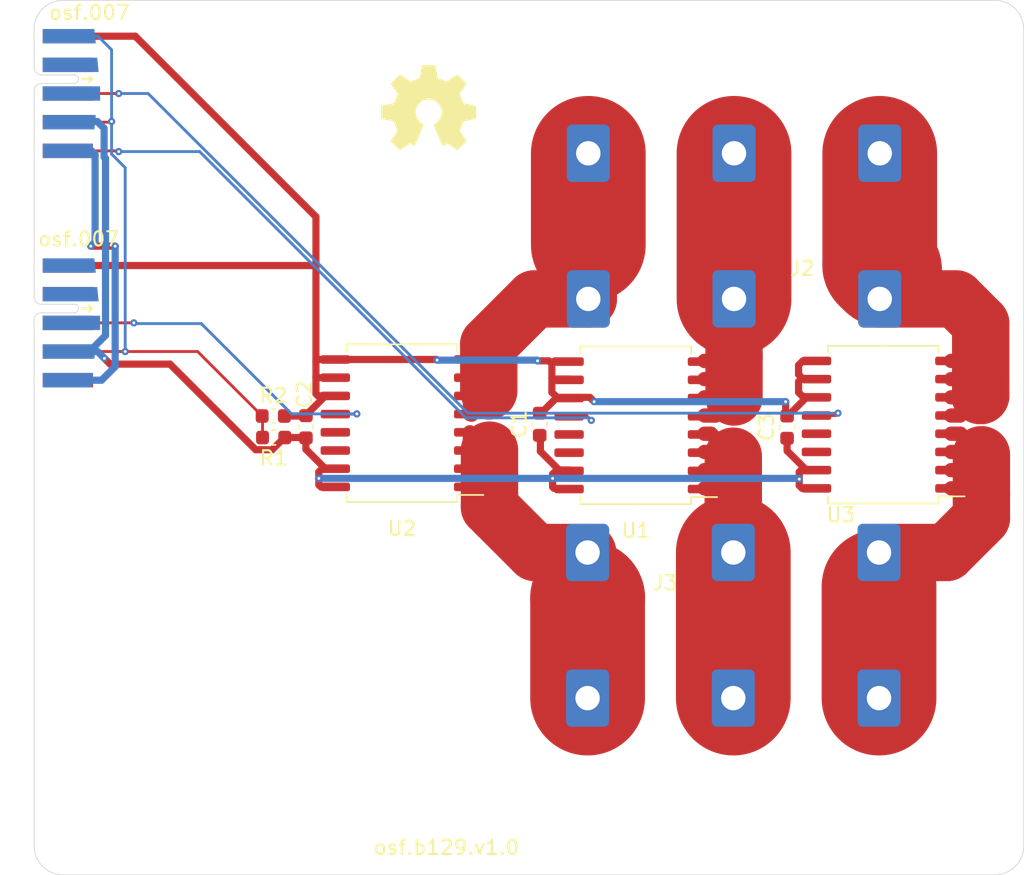
<source format=kicad_pcb>
(kicad_pcb (version 20211014) (generator pcbnew)
  (layers (0 "F.Cu" signal) (31 "B.Cu" signal) (34 "B.Paste" user) (35 "F.Paste" user) (36 "B.SilkS" user "B.Silkscreen") (37 "F.SilkS" user "F.Silkscreen") (38 "B.Mask" user) (39 "F.Mask" user) (44 "Edge.Cuts" user))
  (net 0 "")
  (net 1 "/hall/VCC")
  (net 2 "/hall2/VIOUT")
  (net 3 "/hall/VIOUT")
  (net 4 "/hall2/I-")
  (net 5 "GND")
  (net 7 "/hall/I-")
  (net 8 "/hall1/I-")
  (net 9 "/hall1/I+")
  (net 13 "/hall/I+")
  (net 14 "/hall2/I+")
  (net 15 "/hall1/VIOUT")
  (net 16 "/hall/~{FAULT}")
  (net 17 "/hall/VOC")
  (net 18 "/hall1/~{FAULT}")
  (net 19 "/hall1/VOC")
  (net 20 "/hall2/~{FAULT}")
  (net 21 "/hall2/VOC")
  (net 22 "Net-(J1-Pad4)")
  (net 23 "Net-(J1-Pad10)")
  (footprint "b129:SOIC-16W_6.5x12.8mm_P1.27mm" (layer "F.Cu") (at 259.2 109.6 180)
    (fp_text reference "U3" (at 2.95 -6.3) (layer "F.SilkS"))
    (fp_text value "ACS733KLATR-65AB-T")
    (fp_line (start 3.86 5.5) (end 3.86 5.005) (layer "F.SilkS") (width 0.12))
    (fp_line (start 3.86 -5.5) (end 3.86 -5.005) (layer "F.SilkS") (width 0.12))
    (fp_line (start -3.86 5.5) (end -3.86 5.005) (layer "F.SilkS") (width 0.12))
    (fp_line (start 0 -5.5) (end 3.86 -5.5) (layer "F.SilkS") (width 0.12))
    (fp_line (start 0 5.5) (end 3.86 5.5) (layer "F.SilkS") (width 0.12))
    (fp_line (start 0 5.5) (end -3.86 5.5) (layer "F.SilkS") (width 0.12))
    (fp_line (start -3.86 -5.005) (end -5.675 -5.005) (layer "F.SilkS") (width 0.12))
    (fp_line (start 0 -5.5) (end -3.86 -5.5) (layer "F.SilkS") (width 0.12))
    (fp_line (start -3.86 -5.5) (end -3.86 -5.005) (layer "F.SilkS") (width 0.12))
    (pad "1" smd roundrect (at -4.65 -4.445 180) (size 2.05 0.6) (layers "F.Cu" "F.Paste" "F.Mask") (net 14 "/hall2/I+"))
    (pad "2" smd roundrect (at -4.65 -3.175 180) (size 2.05 0.6) (layers "F.Cu" "F.Paste" "F.Mask") (net 14 "/hall2/I+"))
    (pad "3" smd roundrect (at -4.65 -1.905 180) (size 2.05 0.6) (layers "F.Cu" "F.Paste" "F.Mask") (net 14 "/hall2/I+"))
    (pad "4" smd roundrect (at -4.65 -0.635 180) (size 2.05 0.6) (layers "F.Cu" "F.Paste" "F.Mask") (net 14 "/hall2/I+"))
    (pad "5" smd roundrect (at -4.65 0.635 180) (size 2.05 0.6) (layers "F.Cu" "F.Paste" "F.Mask") (net 4 "/hall2/I-"))
    (pad "6" smd roundrect (at -4.65 1.905 180) (size 2.05 0.6) (layers "F.Cu" "F.Paste" "F.Mask") (net 4 "/hall2/I-"))
    (pad "7" smd roundrect (at -4.65 3.175 180) (size 2.05 0.6) (layers "F.Cu" "F.Paste" "F.Mask") (net 4 "/hall2/I-"))
    (pad "8" smd roundrect (at -4.65 4.445 180) (size 2.05 0.6) (layers "F.Cu" "F.Paste" "F.Mask") (net 4 "/hall2/I-"))
    (pad "9" smd roundrect (at 4.65 4.445 180) (size 2.05 0.6) (layers "F.Cu" "F.Paste" "F.Mask") (net 5 "GND"))
    (pad "10" smd roundrect (at 4.65 3.175 180) (size 2.05 0.6) (layers "F.Cu" "F.Paste" "F.Mask") (net 5 "GND"))
    (pad "11" smd roundrect (at 4.65 1.905 180) (size 2.05 0.6) (layers "F.Cu" "F.Paste" "F.Mask") (net 5 "GND"))
    (pad "12" smd roundrect (at 4.65 0.635 180) (size 2.05 0.6) (layers "F.Cu" "F.Paste" "F.Mask") (net 2 "/hall2/VIOUT"))
    (pad "13" smd roundrect (at 4.65 -0.635 180) (size 2.05 0.6) (layers "F.Cu" "F.Paste" "F.Mask") (net 20 "/hall2/~{FAULT}"))
    (pad "14" smd roundrect (at 4.65 -1.905 180) (size 2.05 0.6) (layers "F.Cu" "F.Paste" "F.Mask") (net 21 "/hall2/VOC"))
    (pad "15" smd roundrect (at 4.65 -3.175 180) (size 2.05 0.6) (layers "F.Cu" "F.Paste" "F.Mask") (net 1 "/hall/VCC"))
    (pad "16" smd roundrect (at 4.65 -4.445 180) (size 2.05 0.6) (layers "F.Cu" "F.Paste" "F.Mask") (net 1 "/hall/VCC"))
  )
  (footprint "Capacitor_SMD:C_0603_1608Metric" (layer "F.Cu") (at 252.5 109.775 90)
    (fp_text reference "C3" (at 0 -1.43 90) (layer "F.SilkS"))
    (fp_text value "100nF")
    (fp_line (start -0.14058 0.51) (end 0.14058 0.51) (layer "F.SilkS") (width 0.12))
    (fp_line (start -0.14058 -0.51) (end 0.14058 -0.51) (layer "F.SilkS") (width 0.12))
    (pad "1" smd roundrect (at -0.775 0 90) (size 0.9 0.95) (layers "F.Cu" "F.Paste" "F.Mask") (net 1 "/hall/VCC"))
    (pad "2" smd roundrect (at 0.775 0 90) (size 0.9 0.95) (layers "F.Cu" "F.Paste" "F.Mask") (net 5 "GND"))
  )
  (footprint "Capacitor_SMD:C_0603_1608Metric" (layer "F.Cu") (at 218.95 109.75 90)
    (fp_text reference "C2" (at 2.25 -0.1 90) (layer "F.SilkS"))
    (fp_text value "100nF")
    (fp_line (start -0.14058 -0.51) (end 0.14058 -0.51) (layer "F.SilkS") (width 0.12))
    (fp_line (start -0.14058 0.51) (end 0.14058 0.51) (layer "F.SilkS") (width 0.12))
    (pad "1" smd roundrect (at -0.775 0 90) (size 0.9 0.95) (layers "F.Cu" "F.Paste" "F.Mask") (net 1 "/hall/VCC"))
    (pad "2" smd roundrect (at 0.775 0 90) (size 0.9 0.95) (layers "F.Cu" "F.Paste" "F.Mask") (net 5 "GND"))
  )
  (footprint "on_edge:on_edge_2x05_device" (layer "F.Cu") (at 200 102.5 -90)
    (fp_text reference "J4")
    (fp_text value "007_ADC")
    (fp_line (start -1 -4.05) (end -1 -3.323) (layer "F.SilkS") (width 0.153))
    (fp_line (start -1.2 -3.85) (end -1 -4.05) (layer "F.SilkS") (width 0.153))
    (fp_line (start -1 -4.05) (end -0.8 -3.85) (layer "F.SilkS") (width 0.153))
    (fp_line (start -4 0) (end -1.8 0) (layer "Edge.Cuts") (width 0.05))
    (fp_line (start -0.2 0) (end 4 0) (layer "Edge.Cuts") (width 0.05))
    (fp_line (start -1.3 -2.8) (end -1.3 -0.5) (layer "Edge.Cuts") (width 0.05))
    (fp_line (start -0.7 -0.5) (end -0.7 -2.8) (layer "Edge.Cuts") (width 0.05))
    (fp_arc (start -0.2 0) (mid -0.553553 -0.146447) (end -0.7 -0.5) (layer "Edge.Cuts") (width 0.05))
    (fp_arc (start -1.3 -0.5) (mid -1.446447 -0.146447) (end -1.8 0) (layer "Edge.Cuts") (width 0.05))
    (fp_arc (start -1.3 -2.8) (mid -1 -3.1) (end -0.7 -2.8) (layer "Edge.Cuts") (width 0.05))
    (pad "1" smd rect (at -4 -2.35 90) (size 1 3.5) (layers "F.Cu" "F.Mask") (net 5 "GND"))
    (pad "2" smd rect (at -2 -2.35 270) (size 1 3.5) (layers "F.Cu" "F.Mask"))
    (pad "3" smd rect (at 0 -2.35 270) (size 1 3.5) (layers "F.Cu" "F.Mask") (net 15 "/hall1/VIOUT"))
    (pad "4" smd rect (at 2 -2.35 90) (size 1 3.5) (layers "F.Cu" "F.Mask") (net 22 "Net-(J1-Pad4)"))
    (pad "5" smd rect (at 4 -2.35 90) (size 1 3.5) (layers "F.Cu" "F.Mask"))
    (pad "6" smd custom (at -4 -2.4 270) (size 1 3.6) (layers "B.Cu" "B.Mask") (options (clearance outline) (anchor rect)) (primitives (gr_poly (pts (xy 0.5 -1.8) (xy 0.5 -1.9) (xy -0.5 -1.8)) (width 0) (fill yes))))
    (pad "7" smd custom (at -2 -2.1 270) (size 1 3) (layers "B.Cu" "B.Mask") (options (clearance outline) (anchor rect)) (primitives (gr_poly (pts (xy 0.3 -0.51) (xy 0.31 -0.62) (xy 0.33 -0.7) (xy 0.35 -0.76) (xy 0.37 -0.81) (xy 0.4 -0.86) (xy 0.44 -0.92) (xy 0.48 -0.97) (xy 0.5 -0.99) (xy 0.5 -2.4) (xy -0.5 -2.3) (xy -0.5 1.5) (xy 0.3 1.5)) (width 0) (fill yes))))
    (pad "8" smd rect (at 0 -2.6 270) (size 1 4) (layers "B.Cu" "B.Mask"))
    (pad "9" smd custom (at 2 -2.4 270) (size 1 3.6) (layers "B.Cu" "B.Mask") (net 1 "/hall/VCC") (options (clearance outline) (anchor rect)) (primitives (gr_poly (pts (xy -0.5 -1.8) (xy -0.5 -1.9) (xy 0.5 -1.8)) (width 0) (fill yes))))
    (pad "10" smd custom (at 4 -2.3 270) (size 1 3.4) (layers "B.Cu" "B.Mask") (net 23 "Net-(J1-Pad10)") (options (clearance outline) (anchor rect)) (primitives (gr_poly (pts (xy -0.5 -1.7) (xy -0.5 -1.8) (xy 0.5 -1.7)) (width 0) (fill yes))))
  )
  (footprint "Symbol:OSHW-Symbol_6.7x6mm_SilkScreen" (layer "F.Cu") (at 227.5 87.5)
    (fp_text reference "LOGO1" hide)
    (fp_text value "Logo_Open_Hardware_Small" hide)
    (fp_poly (pts (xy 0.555814 -2.531069) (xy 0.639635 -2.086445) (xy 0.94892 -1.958947) (xy 1.258206 -1.831449) (xy 1.629246 -2.083754) (xy 1.733157 -2.154004) (xy 1.827087 -2.216728) (xy 1.906652 -2.269062) (xy 1.96747 -2.308143) (xy 2.005157 -2.331107) (xy 2.015421 -2.336058) (xy 2.03391 -2.323324) (xy 2.07342 -2.288118) (xy 2.129522 -2.234938) (xy 2.197787 -2.168282) (xy 2.273786 -2.092646) (xy 2.353092 -2.012528) (xy 2.431275 -1.932426) (xy 2.503907 -1.856836) (xy 2.566559 -1.790255) (xy 2.614803 -1.737182) (xy 2.64421 -1.702113) (xy 2.651241 -1.690377) (xy 2.641123 -1.66874) (xy 2.612759 -1.621338) (xy 2.569129 -1.552807) (xy 2.513218 -1.467785) (xy 2.448006 -1.370907) (xy 2.410219 -1.31565) (xy 2.341343 -1.214752) (xy 2.28014 -1.123701) (xy 2.229578 -1.04703) (xy 2.192628 -0.989272) (xy 2.172258 -0.954957) (xy 2.169197 -0.947746) (xy 2.176136 -0.927252) (xy 2.195051 -0.879487) (xy 2.223087 -0.811168) (xy 2.257391 -0.729011) (xy 2.295109 -0.63973) (xy 2.333387 -0.550042) (xy 2.36937 -0.466662) (xy 2.400206 -0.396306) (xy 2.423039 -0.34569) (xy 2.435017 -0.321529) (xy 2.435724 -0.320578) (xy 2.454531 -0.315964) (xy 2.504618 -0.305672) (xy 2.580793 -0.290713) (xy 2.677865 -0.272099) (xy 2.790643 -0.250841) (xy 2.856442 -0.238582) (xy 2.97695 -0.215638) (xy 3.085797 -0.193805) (xy 3.177476 -0.174278) (xy 3.246481 -0.158252) (xy 3.287304 -0.146921) (xy 3.295511 -0.143326) (xy 3.303548 -0.118994) (xy 3.310033 -0.064041) (xy 3.31497 0.015108) (xy 3.318364 0.112026) (xy 3.320218 0.220287) (xy 3.320538 0.333465) (xy 3.319327 0.445135) (xy 3.31659 0.548868) (xy 3.312331 0.638241) (xy 3.306555 0.706826) (xy 3.299267 0.748197) (xy 3.294895 0.75681) (xy 3.268764 0.767133) (xy 3.213393 0.781892) (xy 3.136107 0.799352) (xy 3.04423 0.81778) (xy 3.012158 0.823741) (xy 2.857524 0.852066) (xy 2.735375 0.874876) (xy 2.641673 0.89308) (xy 2.572384 0.907583) (xy 2.523471 0.919292) (xy 2.490897 0.929115) (xy 2.470628 0.937956) (xy 2.458626 0.946724) (xy 2.456947 0.948457) (xy 2.440184 0.976371) (xy 2.414614 1.030695) (xy 2.382788 1.104777) (xy 2.34726 1.191965) (xy 2.310583 1.285608) (xy 2.275311 1.379052) (xy 2.243996 1.465647) (xy 2.219193 1.53874) (xy 2.203454 1.591678) (xy 2.199332 1.617811) (xy 2.199676 1.618726) (xy 2.213641 1.640086) (xy 2.245322 1.687084) (xy 2.291391 1.754827) (xy 2.348518 1.838423) (xy 2.413373 1.932982) (xy 2.431843 1.959854) (xy 2.497699 2.057275) (xy 2.55565 2.146163) (xy 2.602538 2.221412) (xy 2.635207 2.27792) (xy 2.6505 2.310581) (xy 2.651241 2.314593) (xy 2.638392 2.335684) (xy 2.602888 2.377464) (xy 2.549293 2.435445) (xy 2.482171 2.505135) (xy 2.406087 2.582045) (xy 2.325604 2.661683) (xy 2.245287 2.739561) (xy 2.169699 2.811186) (xy 2.103405 2.87207) (xy 2.050969 2.917721) (xy 2.016955 2.94365) (xy 2.007545 2.947883) (xy 1.985643 2.937912) (xy 1.9408 2.91102) (xy 1.880321 2.871736) (xy 1.833789 2.840117) (xy 1.749475 2.782098) (xy 1.649626 2.713784) (xy 1.549473 2.645579) (xy 1.495627 2.609075) (xy 1.313371 2.4858) (xy 1.160381 2.56852) (xy 1.090682 2.604759) (xy 1.031414 2.632926) (xy 0.991311 2.648991) (xy 0.981103 2.651226) (xy 0.968829 2.634722) (xy 0.944613 2.588082) (xy 0.910263 2.515609) (xy 0.867588 2.421606) (xy 0.818394 2.310374) (xy 0.76449 2.186215) (xy 0.707684 2.053432) (xy 0.649782 1.916327) (xy 0.592593 1.779202) (xy 0.537924 1.646358) (xy 0.487584 1.522098) (xy 0.44338 1.410725) (xy 0.407119 1.316539) (xy 0.380609 1.243844) (xy 0.365658 1.196941) (xy 0.363254 1.180833) (xy 0.382311 1.160286) (xy 0.424036 1.126933) (xy 0.479706 1.087702) (xy 0.484378 1.084599) (xy 0.628264 0.969423) (xy 0.744283 0.835053) (xy 0.83143 0.685784) (xy 0.888699 0.525913) (xy 0.915086 0.359737) (xy 0.909585 0.191552) (xy 0.87119 0.025655) (xy 0.798895 -0.133658) (xy 0.777626 -0.168513) (xy 0.666996 -0.309263) (xy 0.536302 -0.422286) (xy 0.390064 -0.506997) (xy 0.232808 -0.562806) (xy 0.069057 -0.589126) (xy -0.096667 -0.58537) (xy -0.259838 -0.55095) (xy -0.415935 -0.485277) (xy -0.560433 -0.387765) (xy -0.605131 -0.348187) (xy -0.718888 -0.224297) (xy -0.801782 -0.093876) (xy -0.858644 0.052315) (xy -0.890313 0.197088) (xy -0.898131 0.35986) (xy -0.872062 0.52344) (xy -0.814755 0.682298) (xy -0.728856 0.830906) (xy -0.617014 0.963735) (xy -0.481877 1.075256) (xy -0.464117 1.087011) (xy -0.40785 1.125508) (xy -0.365077 1.158863) (xy -0.344628 1.18016) (xy -0.344331 1.180833) (xy -0.348721 1.203871) (xy -0.366124 1.256157) (xy -0.394732 1.33339) (xy -0.432735 1.431268) (xy -0.478326 1.545491) (xy -0.529697 1.671758) (xy -0.585038 1.805767) (xy -0.642542 1.943218) (xy -0.700399 2.079808) (xy -0.756802 2.211237) (xy -0.809942 2.333205) (xy -0.85801 2.441409) (xy -0.899199 2.531549) (xy -0.931699 2.599323) (xy -0.953703 2.64043) (xy -0.962564 2.651226) (xy -0.98964 2.642819) (xy -1.040303 2.620272) (xy -1.105817 2.587613) (xy -1.141841 2.56852) (xy -1.294832 2.4858) (xy -1.477088 2.609075) (xy -1.570125 2.672228) (xy -1.671985 2.741727) (xy -1.767438 2.807165) (xy -1.81525 2.840117) (xy -1.882495 2.885273) (xy -1.939436 2.921057) (xy -1.978646 2.942938) (xy -1.991381 2.947563) (xy -2.009917 2.935085) (xy -2.050941 2.900252) (xy -2.110475 2.846678) (xy -2.184542 2.777983) (xy -2.269165 2.697781) (xy -2.322685 2.646286) (xy -2.416319 2.554286) (xy -2.497241 2.471999) (xy -2.562177 2.402945) (xy -2.607858 2.350644) (xy -2.631011 2.318616) (xy -2.633232 2.312116) (xy -2.622924 2.287394) (xy -2.594439 2.237405) (xy -2.550937 2.167212) (xy -2.495577 2.081875) (xy -2.43152 1.986456) (xy -2.413303 1.959854) (xy -2.346927 1.863167) (xy -2.287378 1.776117) (xy -2.237984 1.703595) (xy -2.202075 1.650493) (xy -2.182981 1.621703) (xy -2.181136 1.618726) (xy -2.183895 1.595782) (xy -2.198538 1.545336) (xy -2.222513 1.474041) (xy -2.253266 1.388547) (xy -2.288244 1.295507) (xy -2.324893 1.201574) (xy -2.360661 1.113399) (xy -2.392994 1.037634) (xy -2.419338 0.980931) (xy -2.437142 0.949943) (xy -2.438407 0.948457) (xy -2.449294 0.939601) (xy -2.467682 0.930843) (xy -2.497606 0.921277) (xy -2.543103 0.909996) (xy -2.608209 0.896093) (xy -2.696961 0.878663) (xy -2.813393 0.856798) (xy -2.961542 0.829591) (xy -2.993618 0.823741) (xy -3.088686 0.805374) (xy -3.171565 0.787405) (xy -3.23493 0.771569) (xy -3.271458 0.7596) (xy -3.276356 0.75681) (xy -3.284427 0.732072) (xy -3.290987 0.67679) (xy -3.296033 0.597389) (xy -3.299559 0.500296) (xy -3.301561 0.391938) (xy -3.302036 0.27874) (xy -3.300977 0.167128) (xy -3.298382 0.063529) (xy -3.294246 -0.025632) (xy -3.288563 -0.093928) (xy -3.281331 -0.134934) (xy -3.276971 -0.143326) (xy -3.252698 -0.151792) (xy -3.197426 -0.165565) (xy -3.116662 -0.18345) (xy -3.015912 -0.204252) (xy -2.900683 -0.226777) (xy -2.837902 -0.238582) (xy -2.718787 -0.260849) (xy -2.612565 -0.281021) (xy -2.524427 -0.298085) (xy -2.459566 -0.311031) (xy -2.423174 -0.318845) (xy -2.417184 -0.320578) (xy -2.407061 -0.34011) (xy -2.385662 -0.387157) (xy -2.355839 -0.454997) (xy -2.320445 -0.536909) (xy -2.282332 -0.626172) (xy -2.244353 -0.716065) (xy -2.20936 -0.799865) (xy -2.180206 -0.870853) (xy -2.159743 -0.922306) (xy -2.150823 -0.947503) (xy -2.150657 -0.948604) (xy -2.160769 -0.968481) (xy -2.189117 -1.014223) (xy -2.232723 -1.081283) (xy -2.288606 -1.165116) (xy -2.353787 -1.261174) (xy -2.391679 -1.31635) (xy -2.460725 -1.417519) (xy -2.52205 -1.50937) (xy -2.572663 -1.587256) (xy -2.609571 -1.646531) (xy -2.629782 -1.682549) (xy -2.632701 -1.690623) (xy -2.620153 -1.709416) (xy -2.585463 -1.749543) (xy -2.533063 -1.806507) (xy -2.467384 -1.875815) (xy -2.392856 -1.952969) (xy -2.313913 -2.033475) (xy -2.234983 -2.112837) (xy -2.1605 -2.18656) (xy -2.094894 -2.250148) (xy -2.042596 -2.299106) (xy -2.008039 -2.328939) (xy -1.996478 -2.336058) (xy -1.977654 -2.326047) (xy -1.932631 -2.297922) (xy -1.865787 -2.254546) (xy -1.781499 -2.198782) (xy -1.684144 -2.133494) (xy -1.610707 -2.083754) (xy -1.239667 -1.831449) (xy -0.621095 -2.086445) (xy -0.537275 -2.531069) (xy -0.453454 -2.975693) (xy 0.471994 -2.975693) (xy 0.555814 -2.531069)) (layer "F.SilkS") (width 0.01) (fill solid))
  )
  (footprint "Capacitor_SMD:C_0603_1608Metric" (layer "F.Cu") (at 216.7 110.5 180)
    (fp_text reference "R1" (at 0 -1.43) (layer "F.SilkS"))
    (fp_text value "10k")
    (fp_line (start -0.14058 0.51) (end 0.14058 0.51) (layer "F.SilkS") (width 0.12))
    (fp_line (start -0.14058 -0.51) (end 0.14058 -0.51) (layer "F.SilkS") (width 0.12))
    (pad "1" smd roundrect (at -0.775 0 180) (size 0.9 0.95) (layers "F.Cu" "F.Paste" "F.Mask") (net 1 "/hall/VCC"))
    (pad "2" smd roundrect (at 0.775 0 180) (size 0.9 0.95) (layers "F.Cu" "F.Paste" "F.Mask") (net 22 "Net-(J1-Pad4)"))
  )
  (footprint "b129:VP0365540000G" (layer "F.Cu") (at 248.8 95.75 180)
    (fp_text reference "J2" (at -4.75 -2.95) (layer "F.SilkS"))
    (fp_text value "VP0365540000G")
    (pad "1" thru_hole roundrect (at -10.16 -5.08 180) (size 3 4) (drill 1.7) (layers *.Cu *.Mask) (roundrect_rratio 0.125) (net 4 "/hall2/I-"))
    (pad "1" thru_hole roundrect (at -10.16 5.08 180) (size 3 4) (drill 1.7) (layers *.Cu *.Mask) (roundrect_rratio 0.125) (net 4 "/hall2/I-"))
    (pad "2" thru_hole roundrect (at 0 -5.08 180) (size 3 4) (drill 1.7) (layers *.Cu *.Mask) (roundrect_rratio 0.125) (net 7 "/hall/I-"))
    (pad "2" thru_hole roundrect (at 0 5.08 180) (size 3 4) (drill 1.7) (layers *.Cu *.Mask) (roundrect_rratio 0.125) (net 7 "/hall/I-"))
    (pad "3" thru_hole roundrect (at 10.16 5.08 180) (size 3 4) (drill 1.7) (layers *.Cu *.Mask) (roundrect_rratio 0.125) (net 8 "/hall1/I-"))
    (pad "3" thru_hole roundrect (at 10.16 -5.08 180) (size 3 4) (drill 1.7) (layers *.Cu *.Mask) (roundrect_rratio 0.125) (net 8 "/hall1/I-"))
  )
  (footprint "b129:SOIC-16W_6.5x12.8mm_P1.27mm" (layer "F.Cu") (at 225.65 109.5 180)
    (fp_text reference "U2" (at 0 -7.35) (layer "F.SilkS"))
    (fp_text value "ACS733KLATR-65AB-T")
    (fp_line (start 0 -5.5) (end -3.86 -5.5) (layer "F.SilkS") (width 0.12))
    (fp_line (start 0 5.5) (end -3.86 5.5) (layer "F.SilkS") (width 0.12))
    (fp_line (start 0 5.5) (end 3.86 5.5) (layer "F.SilkS") (width 0.12))
    (fp_line (start -3.86 5.5) (end -3.86 5.005) (layer "F.SilkS") (width 0.12))
    (fp_line (start 0 -5.5) (end 3.86 -5.5) (layer "F.SilkS") (width 0.12))
    (fp_line (start 3.86 -5.5) (end 3.86 -5.005) (layer "F.SilkS") (width 0.12))
    (fp_line (start -3.86 -5.5) (end -3.86 -5.005) (layer "F.SilkS") (width 0.12))
    (fp_line (start 3.86 5.5) (end 3.86 5.005) (layer "F.SilkS") (width 0.12))
    (fp_line (start -3.86 -5.005) (end -5.675 -5.005) (layer "F.SilkS") (width 0.12))
    (pad "1" smd roundrect (at -4.65 -4.445 180) (size 2.05 0.6) (layers "F.Cu" "F.Paste" "F.Mask") (net 9 "/hall1/I+"))
    (pad "2" smd roundrect (at -4.65 -3.175 180) (size 2.05 0.6) (layers "F.Cu" "F.Paste" "F.Mask") (net 9 "/hall1/I+"))
    (pad "3" smd roundrect (at -4.65 -1.905 180) (size 2.05 0.6) (layers "F.Cu" "F.Paste" "F.Mask") (net 9 "/hall1/I+"))
    (pad "4" smd roundrect (at -4.65 -0.635 180) (size 2.05 0.6) (layers "F.Cu" "F.Paste" "F.Mask") (net 9 "/hall1/I+"))
    (pad "5" smd roundrect (at -4.65 0.635 180) (size 2.05 0.6) (layers "F.Cu" "F.Paste" "F.Mask") (net 8 "/hall1/I-"))
    (pad "6" smd roundrect (at -4.65 1.905 180) (size 2.05 0.6) (layers "F.Cu" "F.Paste" "F.Mask") (net 8 "/hall1/I-"))
    (pad "7" smd roundrect (at -4.65 3.175 180) (size 2.05 0.6) (layers "F.Cu" "F.Paste" "F.Mask") (net 8 "/hall1/I-"))
    (pad "8" smd roundrect (at -4.65 4.445 180) (size 2.05 0.6) (layers "F.Cu" "F.Paste" "F.Mask") (net 8 "/hall1/I-"))
    (pad "9" smd roundrect (at 4.65 4.445 180) (size 2.05 0.6) (layers "F.Cu" "F.Paste" "F.Mask") (net 5 "GND"))
    (pad "10" smd roundrect (at 4.65 3.175 180) (size 2.05 0.6) (layers "F.Cu" "F.Paste" "F.Mask") (net 5 "GND"))
    (pad "11" smd roundrect (at 4.65 1.905 180) (size 2.05 0.6) (layers "F.Cu" "F.Paste" "F.Mask") (net 5 "GND"))
    (pad "12" smd roundrect (at 4.65 0.635 180) (size 2.05 0.6) (layers "F.Cu" "F.Paste" "F.Mask") (net 15 "/hall1/VIOUT"))
    (pad "13" smd roundrect (at 4.65 -0.635 180) (size 2.05 0.6) (layers "F.Cu" "F.Paste" "F.Mask") (net 18 "/hall1/~{FAULT}"))
    (pad "14" smd roundrect (at 4.65 -1.905 180) (size 2.05 0.6) (layers "F.Cu" "F.Paste" "F.Mask") (net 19 "/hall1/VOC"))
    (pad "15" smd roundrect (at 4.65 -3.175 180) (size 2.05 0.6) (layers "F.Cu" "F.Paste" "F.Mask") (net 1 "/hall/VCC"))
    (pad "16" smd roundrect (at 4.65 -4.445 180) (size 2.05 0.6) (layers "F.Cu" "F.Paste" "F.Mask") (net 1 "/hall/VCC"))
  )
  (footprint "b129:SOIC-16W_6.5x12.8mm_P1.27mm" (layer "F.Cu") (at 241.95 109.65 180)
    (fp_text reference "U1" (at 0 -7.35) (layer "F.SilkS"))
    (fp_text value "ACS733KLATR-65AB-T")
    (fp_line (start -3.86 5.5) (end -3.86 5.005) (layer "F.SilkS") (width 0.12))
    (fp_line (start 3.86 5.5) (end 3.86 5.005) (layer "F.SilkS") (width 0.12))
    (fp_line (start -3.86 -5.5) (end -3.86 -5.005) (layer "F.SilkS") (width 0.12))
    (fp_line (start 0 -5.5) (end -3.86 -5.5) (layer "F.SilkS") (width 0.12))
    (fp_line (start -3.86 -5.005) (end -5.675 -5.005) (layer "F.SilkS") (width 0.12))
    (fp_line (start 0 5.5) (end 3.86 5.5) (layer "F.SilkS") (width 0.12))
    (fp_line (start 0 -5.5) (end 3.86 -5.5) (layer "F.SilkS") (width 0.12))
    (fp_line (start 0 5.5) (end -3.86 5.5) (layer "F.SilkS") (width 0.12))
    (fp_line (start 3.86 -5.5) (end 3.86 -5.005) (layer "F.SilkS") (width 0.12))
    (pad "1" smd roundrect (at -4.65 -4.445 180) (size 2.05 0.6) (layers "F.Cu" "F.Paste" "F.Mask") (net 13 "/hall/I+"))
    (pad "2" smd roundrect (at -4.65 -3.175 180) (size 2.05 0.6) (layers "F.Cu" "F.Paste" "F.Mask") (net 13 "/hall/I+"))
    (pad "3" smd roundrect (at -4.65 -1.905 180) (size 2.05 0.6) (layers "F.Cu" "F.Paste" "F.Mask") (net 13 "/hall/I+"))
    (pad "4" smd roundrect (at -4.65 -0.635 180) (size 2.05 0.6) (layers "F.Cu" "F.Paste" "F.Mask") (net 13 "/hall/I+"))
    (pad "5" smd roundrect (at -4.65 0.635 180) (size 2.05 0.6) (layers "F.Cu" "F.Paste" "F.Mask") (net 7 "/hall/I-"))
    (pad "6" smd roundrect (at -4.65 1.905 180) (size 2.05 0.6) (layers "F.Cu" "F.Paste" "F.Mask") (net 7 "/hall/I-"))
    (pad "7" smd roundrect (at -4.65 3.175 180) (size 2.05 0.6) (layers "F.Cu" "F.Paste" "F.Mask") (net 7 "/hall/I-"))
    (pad "8" smd roundrect (at -4.65 4.445 180) (size 2.05 0.6) (layers "F.Cu" "F.Paste" "F.Mask") (net 7 "/hall/I-"))
    (pad "9" smd roundrect (at 4.65 4.445 180) (size 2.05 0.6) (layers "F.Cu" "F.Paste" "F.Mask") (net 5 "GND"))
    (pad "10" smd roundrect (at 4.65 3.175 180) (size 2.05 0.6) (layers "F.Cu" "F.Paste" "F.Mask") (net 5 "GND"))
    (pad "11" smd roundrect (at 4.65 1.905 180) (size 2.05 0.6) (layers "F.Cu" "F.Paste" "F.Mask") (net 5 "GND"))
    (pad "12" smd roundrect (at 4.65 0.635 180) (size 2.05 0.6) (layers "F.Cu" "F.Paste" "F.Mask") (net 3 "/hall/VIOUT"))
    (pad "13" smd roundrect (at 4.65 -0.635 180) (size 2.05 0.6) (layers "F.Cu" "F.Paste" "F.Mask") (net 16 "/hall/~{FAULT}"))
    (pad "14" smd roundrect (at 4.65 -1.905 180) (size 2.05 0.6) (layers "F.Cu" "F.Paste" "F.Mask") (net 17 "/hall/VOC"))
    (pad "15" smd roundrect (at 4.65 -3.175 180) (size 2.05 0.6) (layers "F.Cu" "F.Paste" "F.Mask") (net 1 "/hall/VCC"))
    (pad "16" smd roundrect (at 4.65 -4.445 180) (size 2.05 0.6) (layers "F.Cu" "F.Paste" "F.Mask") (net 1 "/hall/VCC"))
  )
  (footprint "Capacitor_SMD:C_0603_1608Metric" (layer "F.Cu") (at 216.675 109)
    (fp_text reference "R2" (at 0 -1.43) (layer "F.SilkS"))
    (fp_text value "10k")
    (fp_line (start -0.14058 -0.51) (end 0.14058 -0.51) (layer "F.SilkS") (width 0.12))
    (fp_line (start -0.14058 0.51) (end 0.14058 0.51) (layer "F.SilkS") (width 0.12))
    (pad "1" smd roundrect (at -0.775 0) (size 0.9 0.95) (layers "F.Cu" "F.Paste" "F.Mask") (net 22 "Net-(J1-Pad4)"))
    (pad "2" smd roundrect (at 0.775 0) (size 0.9 0.95) (layers "F.Cu" "F.Paste" "F.Mask") (net 5 "GND"))
  )
  (footprint "b129:VP0365540000G" (layer "F.Cu") (at 248.75 123.6)
    (fp_text reference "J3" (at -4.75 -2.95) (layer "F.SilkS"))
    (fp_text value "VP0365540000G")
    (pad "1" thru_hole roundrect (at -10.16 5.08) (size 3 4) (drill 1.7) (layers *.Cu *.Mask) (roundrect_rratio 0.125) (net 9 "/hall1/I+"))
    (pad "1" thru_hole roundrect (at -10.16 -5.08) (size 3 4) (drill 1.7) (layers *.Cu *.Mask) (roundrect_rratio 0.125) (net 9 "/hall1/I+"))
    (pad "2" thru_hole roundrect (at 0 -5.08) (size 3 4) (drill 1.7) (layers *.Cu *.Mask) (roundrect_rratio 0.125) (net 13 "/hall/I+"))
    (pad "2" thru_hole roundrect (at 0 5.08) (size 3 4) (drill 1.7) (layers *.Cu *.Mask) (roundrect_rratio 0.125) (net 13 "/hall/I+"))
    (pad "3" thru_hole roundrect (at 10.16 5.08) (size 3 4) (drill 1.7) (layers *.Cu *.Mask) (roundrect_rratio 0.125) (net 14 "/hall2/I+"))
    (pad "3" thru_hole roundrect (at 10.16 -5.08) (size 3 4) (drill 1.7) (layers *.Cu *.Mask) (roundrect_rratio 0.125) (net 14 "/hall2/I+"))
  )
  (footprint "Capacitor_SMD:C_0603_1608Metric" (layer "F.Cu") (at 235.25 109.575 90)
    (fp_text reference "C1" (at 0 -1.43 90) (layer "F.SilkS"))
    (fp_text value "100nF")
    (fp_line (start -0.14058 -0.51) (end 0.14058 -0.51) (layer "F.SilkS") (width 0.12))
    (fp_line (start -0.14058 0.51) (end 0.14058 0.51) (layer "F.SilkS") (width 0.12))
    (pad "1" smd roundrect (at -0.775 0 90) (size 0.9 0.95) (layers "F.Cu" "F.Paste" "F.Mask") (net 1 "/hall/VCC"))
    (pad "2" smd roundrect (at 0.775 0 90) (size 0.9 0.95) (layers "F.Cu" "F.Paste" "F.Mask") (net 5 "GND"))
  )
  (footprint "on_edge:on_edge_2x05_device" (layer "F.Cu") (at 200 86.5 -90)
    (fp_text reference "J1")
    (fp_text value "007_ADC")
    (fp_line (start -1 -4.05) (end -1 -3.323) (layer "F.SilkS") (width 0.153))
    (fp_line (start -1 -4.05) (end -0.8 -3.85) (layer "F.SilkS") (width 0.153))
    (fp_line (start -1.2 -3.85) (end -1 -4.05) (layer "F.SilkS") (width 0.153))
    (fp_line (start -1.3 -2.8) (end -1.3 -0.5) (layer "Edge.Cuts") (width 0.05))
    (fp_line (start -0.7 -0.5) (end -0.7 -2.8) (layer "Edge.Cuts") (width 0.05))
    (fp_line (start -0.2 0) (end 4 0) (layer "Edge.Cuts") (width 0.05))
    (fp_line (start -4 0) (end -1.8 0) (layer "Edge.Cuts") (width 0.05))
    (fp_arc (start -1.3 -2.8) (mid -1 -3.1) (end -0.7 -2.8) (layer "Edge.Cuts") (width 0.05))
    (fp_arc (start -0.2 0) (mid -0.553553 -0.146447) (end -0.7 -0.5) (layer "Edge.Cuts") (width 0.05))
    (fp_arc (start -1.3 -0.5) (mid -1.446447 -0.146447) (end -1.8 0) (layer "Edge.Cuts") (width 0.05))
    (pad "1" smd rect (at -4 -2.35 90) (size 1 3.5) (layers "F.Cu" "F.Mask") (net 5 "GND"))
    (pad "2" smd rect (at -2 -2.35 270) (size 1 3.5) (layers "F.Cu" "F.Mask"))
    (pad "3" smd rect (at 0 -2.35 270) (size 1 3.5) (layers "F.Cu" "F.Mask") (net 2 "/hall2/VIOUT"))
    (pad "4" smd rect (at 2 -2.35 90) (size 1 3.5) (layers "F.Cu" "F.Mask") (net 22 "Net-(J1-Pad4)"))
    (pad "5" smd rect (at 4 -2.35 90) (size 1 3.5) (layers "F.Cu" "F.Mask") (net 3 "/hall/VIOUT"))
    (pad "6" smd custom (at -4 -2.4 270) (size 1 3.6) (layers "B.Cu" "B.Mask") (net 22 "Net-(J1-Pad4)") (options (clearance outline) (anchor rect)) (primitives (gr_poly (pts (xy 0.5 -1.8) (xy 0.5 -1.9) (xy -0.5 -1.8)) (width 0) (fill yes))))
    (pad "7" smd custom (at -2 -2.1 270) (size 1 3) (layers "B.Cu" "B.Mask") (options (clearance outline) (anchor rect)) (primitives (gr_poly (pts (xy 0.3 -0.51) (xy 0.31 -0.62) (xy 0.33 -0.7) (xy 0.35 -0.76) (xy 0.37 -0.81) (xy 0.4 -0.86) (xy 0.44 -0.92) (xy 0.48 -0.97) (xy 0.5 -0.99) (xy 0.5 -2.4) (xy -0.5 -2.3) (xy -0.5 1.5) (xy 0.3 1.5)) (width 0) (fill yes))))
    (pad "8" smd rect (at 0 -2.6 270) (size 1 4) (layers "B.Cu" "B.Mask"))
    (pad "9" smd custom (at 2 -2.4 270) (size 1 3.6) (layers "B.Cu" "B.Mask") (net 1 "/hall/VCC") (options (clearance outline) (anchor rect)) (primitives (gr_poly (pts (xy -0.5 -1.8) (xy -0.5 -1.9) (xy 0.5 -1.8)) (width 0) (fill yes))))
    (pad "10" smd custom (at 4 -2.3 270) (size 1 3.4) (layers "B.Cu" "B.Mask") (net 23 "Net-(J1-Pad10)") (options (clearance outline) (anchor rect)) (primitives (gr_poly (pts (xy -0.5 -1.7) (xy -0.5 -1.8) (xy 0.5 -1.7)) (width 0) (fill yes))))
  )
  (gr_line (start 202 80) (end 267 80) (layer "Edge.Cuts") (width 0.05))
  (gr_arc (start 269 139) (mid 268.414214 140.414214) (end 267 141) (layer "Edge.Cuts") (width 0.05))
  (gr_line (start 267 141) (end 202 141) (layer "Edge.Cuts") (width 0.05))
  (gr_line (start 200 106.5) (end 200 139) (layer "Edge.Cuts") (width 0.05))
  (gr_arc (start 267 80) (mid 268.414214 80.585786) (end 269 82) (layer "Edge.Cuts") (width 0.05))
  (gr_line (start 200 82.5) (end 200 82) (layer "Edge.Cuts") (width 0.05))
  (gr_arc (start 202 141) (mid 200.585786 140.414214) (end 200 139) (layer "Edge.Cuts") (width 0.05))
  (gr_line (start 269 82) (end 269 139) (layer "Edge.Cuts") (width 0.05))
  (gr_arc (start 200 82) (mid 200.585786 80.585786) (end 202 80) (layer "Edge.Cuts") (width 0.05))
  (gr_line (start 200 90.5) (end 200 98.5) (layer "Edge.Cuts") (width 0.05))
  (gr_text "osf.b129.v1.0" (at 228.75 139.1) (layer "F.SilkS") (effects (font (size 1 1))))
  (gr_text "osf.007" (at 203.85 80.85) (layer "F.SilkS") (effects (font (size 1 1))))
  (gr_text "osf.007" (at 203.1 96.65) (layer "F.SilkS") (effects (font (size 1 1))))
  (segment (start 221.0137 112.675) (end 220.075 112.675) (width 0.5) (layer "F.Cu") (net 1))
  (segment (start 219.85 113.35) (end 219.85 113.8) (width 0.5) (layer "F.Cu") (net 1))
  (segment (start 253.35 113.4) (end 253.35 112.9) (width 0.5) (layer "F.Cu") (net 1))
  (segment (start 219.85 112.9) (end 219.85 113.35) (width 0.5) (layer "F.Cu") (net 1))
  (segment (start 253.5 112.75) (end 254.5387 112.75) (width 0.5) (layer "F.Cu") (net 1))
  (segment (start 217.45 110.5) (end 217.475 110.5) (width 0.5) (layer "F.Cu") (net 1))
  (segment (start 217.475 110.5) (end 218.95 110.5) (width 0.5) (layer "F.Cu") (net 1))
  (segment (start 253.8525 112.775) (end 254.5637 112.775) (width 0.5) (layer "F.Cu") (net 1))
  (segment (start 236.245 114.045) (end 237.3637 114.045) (width 0.5) (layer "F.Cu") (net 1))
  (segment (start 204.9 104.9765) (end 205.300002 105.376502) (width 0.5) (layer "F.Cu") (net 1))
  (segment (start 235.3 110.4) (end 235.3 111.4653) (width 0.5) (layer "F.Cu") (net 1))
  (segment (start 254.5637 114.045) (end 253.545 114.045) (width 0.5) (layer "F.Cu") (net 1))
  (segment (start 236.6097 112.775) (end 237.3637 112.775) (width 0.5) (layer "F.Cu") (net 1))
  (segment (start 209.475145 105.376502) (end 215.450643 111.352) (width 0.5) (layer "F.Cu") (net 1))
  (segment (start 236.15 113.05) (end 236.15 113.35) (width 0.5) (layer "F.Cu") (net 1))
  (segment (start 218.95 110.5) (end 218.95 111.3225) (width 0.5) (layer "F.Cu") (net 1))
  (segment (start 216.598 111.352) (end 217.45 110.5) (width 0.5) (layer "F.Cu") (net 1))
  (segment (start 237.3637 112.775) (end 236.425 112.775) (width 0.5) (layer "F.Cu") (net 1))
  (segment (start 236.15 113.95) (end 236.245 114.045) (width 0.5) (layer "F.Cu") (net 1))
  (segment (start 236.15 113.35) (end 236.15 113.95) (width 0.5) (layer "F.Cu") (net 1))
  (segment (start 219.85 113.8) (end 219.995 113.945) (width 0.5) (layer "F.Cu") (net 1))
  (segment (start 252.5 110.6) (end 252.5 111.4225) (width 0.5) (layer "F.Cu") (net 1))
  (segment (start 252.5 111.4225) (end 253.8525 112.775) (width 0.5) (layer "F.Cu") (net 1))
  (segment (start 253.545 114.045) (end 253.35 113.85) (width 0.5) (layer "F.Cu") (net 1))
  (segment (start 220.3025 112.675) (end 221.0137 112.675) (width 0.5) (layer "F.Cu") (net 1))
  (segment (start 215.450643 111.352) (end 216.598 111.352) (width 0.5) (layer "F.Cu") (net 1))
  (segment (start 253.35 113.85) (end 253.35 113.4) (width 0.5) (layer "F.Cu") (net 1))
  (segment (start 220.075 112.675) (end 219.85 112.9) (width 0.5) (layer "F.Cu") (net 1))
  (segment (start 254.5387 112.75) (end 254.5637 112.775) (width 0.5) (layer "F.Cu") (net 1))
  (segment (start 218.95 111.3225) (end 220.3025 112.675) (width 0.5) (layer "F.Cu") (net 1))
  (segment (start 236.425 112.775) (end 236.15 113.05) (width 0.5) (layer "F.Cu") (net 1))
  (segment (start 205.300002 105.376502) (end 209.475145 105.376502) (width 0.5) (layer "F.Cu") (net 1))
  (segment (start 235.3 111.4653) (end 236.6097 112.775) (width 0.5) (layer "F.Cu") (net 1))
  (segment (start 253.35 112.9) (end 253.5 112.75) (width 0.5) (layer "F.Cu") (net 1))
  (segment (start 219.995 113.945) (end 221.0137 113.945) (width 0.5) (layer "F.Cu") (net 1))
  (via (at 219.85 113.35) (size 0.5) (drill 0.2) (layers "F.Cu" "B.Cu") (net 1))
  (via (at 236.15 113.35) (size 0.5) (drill 0.2) (layers "F.Cu" "B.Cu") (net 1))
  (via (at 253.35 113.4) (size 0.5) (drill 0.2) (layers "F.Cu" "B.Cu") (net 1))
  (via (at 204.9 104.9765) (size 0.5) (drill 0.2) (layers "F.Cu" "B.Cu") (net 1))
  (segment (start 204.877 88.927) (end 204.4 88.45) (width 0.5) (layer "B.Cu") (net 1))
  (segment (start 202.45 88.45) (end 202.4 88.5) (width 0.5) (layer "B.Cu") (net 1))
  (segment (start 204.9 104.9765) (end 204.4235 104.5) (width 0.5) (layer "B.Cu") (net 1))
  (segment (start 204.977 91.027) (end 204.877 90.927) (width 0.5) (layer "B.Cu") (net 1))
  (segment (start 203.854 104.5) (end 204.977 103.377) (width 0.5) (layer "B.Cu") (net 1))
  (segment (start 236.15 113.35) (end 253.3 113.35) (width 0.5) (layer "B.Cu") (net 1))
  (segment (start 204.877 90.927) (end 204.877 88.927) (width 0.5) (layer "B.Cu") (net 1))
  (segment (start 204.977 103.377) (end 204.977 91.027) (width 0.5) (layer "B.Cu") (net 1))
  (segment (start 219.85 113.35) (end 236.15 113.35) (width 0.5) (layer "B.Cu") (net 1))
  (segment (start 202.4 104.5) (end 203.854 104.5) (width 0.5) (layer "B.Cu") (net 1))
  (segment (start 204.4235 104.5) (end 202.4 104.5) (width 0.5) (layer "B.Cu") (net 1))
  (segment (start 204.4 88.45) (end 202.45 88.45) (width 0.5) (layer "B.Cu") (net 1))
  (segment (start 253.3 113.35) (end 253.35 113.4) (width 0.5) (layer "B.Cu") (net 1))
  (segment (start 205.9 86.5) (end 202.35 86.5) (width 0.2) (layer "F.Cu") (net 2))
  (segment (start 255.885 108.965) (end 256.05 108.8) (width 0.2) (layer "F.Cu") (net 2))
  (segment (start 254.5637 108.965) (end 255.885 108.965) (width 0.2) (layer "F.Cu") (net 2))
  (via (at 256.05 108.8) (size 0.5) (drill 0.2) (layers "F.Cu" "B.Cu") (net 2))
  (via (at 205.9 86.5) (size 0.5) (drill 0.2) (layers "F.Cu" "B.Cu") (net 2))
  (segment (start 256.05 108.8) (end 230.25 108.8) (width 0.2) (layer "B.Cu") (net 2))
  (segment (start 230.25 108.8) (end 212.25 90.8) (width 0.2) (layer "B.Cu") (net 2))
  (segment (start 212.25 90.8) (end 207.95 86.5) (width 0.2) (layer "B.Cu") (net 2))
  (segment (start 207.95 86.5) (end 205.9 86.5) (width 0.2) (layer "B.Cu") (net 2))
  (segment (start 205.85 90.5) (end 202.35 90.5) (width 0.2) (layer "F.Cu") (net 3))
  (segment (start 238.515 108.965) (end 238.85 109.3) (width 0.2) (layer "F.Cu") (net 3))
  (segment (start 205.9 90.55) (end 205.85 90.5) (width 0.2) (layer "F.Cu") (net 3))
  (segment (start 237.3637 108.965) (end 238.515 108.965) (width 0.2) (layer "F.Cu") (net 3))
  (via (at 238.85 109.3) (size 0.5) (drill 0.2) (layers "F.Cu" "B.Cu") (net 3))
  (via (at 205.9 90.55) (size 0.5) (drill 0.2) (layers "F.Cu" "B.Cu") (net 3))
  (segment (start 238.85 109.3) (end 238.677 109.127) (width 0.2) (layer "B.Cu") (net 3))
  (segment (start 237.45 109.127) (end 230.114552 109.127) (width 0.2) (layer "B.Cu") (net 3))
  (segment (start 211.537552 90.55) (end 205.9 90.55) (width 0.2) (layer "B.Cu") (net 3))
  (segment (start 238.677 109.127) (end 237.45 109.127) (width 0.2) (layer "B.Cu") (net 3))
  (segment (start 227.668776 106.681224) (end 211.537552 90.55) (width 0.2) (layer "B.Cu") (net 3))
  (segment (start 230.114552 109.127) (end 227.668776 106.681224) (width 0.2) (layer "B.Cu") (net 3))
  (segment (start 258.96 100.83) (end 264.28 100.83) (width 4) (layer "F.Cu") (net 4))
  (segment (start 264.558 108.965) (end 265.95 107.573) (width 1) (layer "F.Cu") (net 4))
  (segment (start 263.9363 105.155) (end 264.355 105.155) (width 1) (layer "F.Cu") (net 4))
  (segment (start 264.355 105.155) (end 266 106.8) (width 1) (layer "F.Cu") (net 4))
  (segment (start 263.9363 106.425) (end 265.625 106.425) (width 1) (layer "F.Cu") (net 4))
  (segment (start 265.625 106.425) (end 266 106.8) (width 1) (layer "F.Cu") (net 4))
  (segment (start 258.96 98.46) (end 259.3 98.8) (width 8) (layer "F.Cu") (net 4))
  (segment (start 266 102.55) (end 266 106.8) (width 4) (layer "F.Cu") (net 4))
  (segment (start 263.9363 108.965) (end 264.558 108.965) (width 1) (layer "F.Cu") (net 4))
  (segment (start 264.28 100.83) (end 266 102.55) (width 4) (layer "F.Cu") (net 4))
  (segment (start 263.9363 107.695) (end 265.828 107.695) (width 1) (layer "F.Cu") (net 4))
  (segment (start 265.828 107.695) (end 265.95 107.573) (width 1) (layer "F.Cu") (net 4))
  (segment (start 266 106.8) (end 266 107.573) (width 4) (layer "F.Cu") (net 4))
  (segment (start 266 107.573) (end 265.95 107.573) (width 4) (layer "F.Cu") (net 4))
  (segment (start 258.96 90.67) (end 258.96 98.46) (width 8) (layer "F.Cu") (net 4))
  (segment (start 253.475 106.425) (end 254.5637 106.425) (width 0.5) (layer "F.Cu") (net 5))
  (segment (start 236.1 105.35) (end 236.1 106.35) (width 0.5) (layer "F.Cu") (net 5))
  (segment (start 221.0137 105.055) (end 228.055 105.055) (width 0.5) (layer "F.Cu") (net 5))
  (segment (start 202.35 98.5) (end 219.6 98.5) (width 0.5) (layer "F.Cu") (net 5))
  (segment (start 236.175 106.425) (end 236.1 106.35) (width 0.5) (layer "F.Cu") (net 5))
  (segment (start 252.4 108.95) (end 252.5 109.05) (width 0.5) (layer "F.Cu") (net 5))
  (segment (start 253.3 106.6) (end 253.475 106.425) (width 0.5) (layer "F.Cu") (net 5))
  (segment (start 254.5637 106.425) (end 253.625 106.425) (width 0.5) (layer "F.Cu") (net 5))
  (segment (start 253.855 107.695) (end 254.5637 107.695) (width 0.5) (layer "F.Cu") (net 5))
  (segment (start 253.625 106.425) (end 253.3 106.1) (width 0.5) (layer "F.Cu") (net 5))
  (segment (start 253.645 107.695) (end 253.3 107.35) (width 0.5) (layer "F.Cu") (net 5))
  (segment (start 235.9 105.15) (end 236.1 105.35) (width 0.5) (layer "F.Cu") (net 5))
  (segment (start 228.055 105.055) (end 228.1 105.1) (width 0.5) (layer "F.Cu") (net 5))
  (segment (start 219.65 95.1) (end 219.65 98.45) (width 0.5) (layer "F.Cu") (net 5))
  (segment (start 219.65 106.3) (end 219.65 107.45) (width 0.5) (layer "F.Cu") (net 5))
  (segment (start 235.3 108.85) (end 236.455 107.695) (width 0.5) (layer "F.Cu") (net 5))
  (segment (start 236.1 106.35) (end 236.1 107.34) (width 0.5) (layer "F.Cu") (net 5))
  (segment (start 219.65 98.45) (end 219.65 105.2) (width 0.5) (layer "F.Cu") (net 5))
  (segment (start 217.45 109) (end 218.9 109) (width 0.5) (layer "F.Cu") (net 5))
  (segment (start 218.9 109) (end 218.95 108.95) (width 0.5) (layer "F.Cu") (net 5))
  (segment (start 219.675 106.325) (end 219.65 106.3) (width 0.5) (layer "F.Cu") (net 5))
  (segment (start 202.35 82.5) (end 207.05 82.5) (width 0.5) (layer "F.Cu") (net 5))
  (segment (start 254.5637 107.695) (end 253.645 107.695) (width 0.5) (layer "F.Cu") (net 5))
  (segment (start 253.3 107.35) (end 253.3 106.6) (width 0.5) (layer "F.Cu") (net 5))
  (segment (start 237.3637 105.155) (end 236.295 105.155) (width 0.5) (layer "F.Cu") (net 5))
  (segment (start 220.305 107.595) (end 221.0137 107.595) (width 0.5) (layer "F.Cu") (net 5))
  (segment (start 236.1 107.34) (end 236.455 107.695) (width 0.5) (layer "F.Cu") (net 5))
  (segment (start 219.65 105.2) (end 219.65 106.3) (width 0.5) (layer "F.Cu") (net 5))
  (segment (start 237.3637 106.425) (end 236.175 106.425) (width 0.5) (layer "F.Cu") (net 5))
  (segment (start 238.745 107.695) (end 239.05 108) (width 0.5) (layer "F.Cu") (net 5))
  (segment (start 236.295 105.155) (end 236.1 105.35) (width 0.5) (layer "F.Cu") (net 5))
  (segment (start 218.95 108.95) (end 220.305 107.595) (width 0.5) (layer "F.Cu") (net 5))
  (segment (start 253.3 105.45) (end 253.595 105.155) (width 0.5) (layer "F.Cu") (net 5))
  (segment (start 221.0137 106.325) (end 219.675 106.325) (width 0.5) (layer "F.Cu") (net 5))
  (segment (start 219.795 105.055) (end 219.65 105.2) (width 0.5) (layer "F.Cu") (net 5))
  (segment (start 236.455 107.695) (end 237.3637 107.695) (width 0.5) (layer "F.Cu") (net 5))
  (segment (start 207.05 82.5) (end 219.65 95.1) (width 0.5) (layer "F.Cu") (net 5))
  (segment (start 252.4 108) (end 252.4 108.95) (width 0.5) (layer "F.Cu") (net 5))
  (segment (start 237.3637 107.695) (end 238.745 107.695) (width 0.5) (layer "F.Cu") (net 5))
  (segment (start 252.5 109.05) (end 253.855 107.695) (width 0.5) (layer "F.Cu") (net 5))
  (segment (start 219.795 107.595) (end 221.0137 107.595) (width 0.5) (layer "F.Cu") (net 5))
  (segment (start 221.0137 105.055) (end 219.795 105.055) (width 0.5) (layer "F.Cu") (net 5))
  (segment (start 219.65 107.45) (end 219.795 107.595) (width 0.5) (layer "F.Cu") (net 5))
  (segment (start 235.1 105.15) (end 235.9 105.15) (width 0.5) (layer "F.Cu") (net 5))
  (segment (start 219.6 98.5) (end 219.65 98.45) (width 0.5) (layer "F.Cu") (net 5))
  (segment (start 253.3 106.1) (end 253.3 105.45) (width 0.5) (layer "F.Cu") (net 5))
  (segment (start 253.595 105.155) (end 254.5637 105.155) (width 0.5) (layer "F.Cu") (net 5))
  (via (at 239.05 108) (size 0.5) (drill 0.2) (layers "F.Cu" "B.Cu") (net 5))
  (via (at 235.1 105.15) (size 0.5) (drill 0.2) (layers "F.Cu" "B.Cu") (net 5))
  (via (at 252.4 108) (size 0.5) (drill 0.2) (layers "F.Cu" "B.Cu") (net 5))
  (via (at 228.1 105.1) (size 0.5) (drill 0.2) (layers "F.Cu" "B.Cu") (net 5))
  (segment (start 228.1 105.1) (end 235.05 105.1) (width 0.5) (layer "B.Cu") (net 5))
  (segment (start 235.05 105.1) (end 235.1 105.15) (width 0.5) (layer "B.Cu") (net 5))
  (segment (start 239.05 108) (end 252.4 108) (width 0.5) (layer "B.Cu") (net 5))
  (segment (start 246.7363 106.425) (end 247.552 106.425) (width 1) (layer "F.Cu") (net 7))
  (segment (start 248.495 105.155) (end 248.8 104.85) (width 1) (layer "F.Cu") (net 7))
  (segment (start 248.8 90.67) (end 248.8 100.83) (width 8) (layer "F.Cu") (net 7))
  (segment (start 246.7363 105.155) (end 248.495 105.155) (width 1) (layer "F.Cu") (net 7))
  (segment (start 246.7363 107.695) (end 248.778 107.695) (width 1) (layer "F.Cu") (net 7))
  (segment (start 247.508 108.965) (end 248.8 107.673) (width 1) (layer "F.Cu") (net 7))
  (segment (start 247.552 106.425) (end 248.8 107.673) (width 1) (layer "F.Cu") (net 7))
  (segment (start 248.778 107.695) (end 248.8 107.673) (width 1) (layer "F.Cu") (net 7))
  (segment (start 246.7363 108.965) (end 247.508 108.965) (width 1) (layer "F.Cu") (net 7))
  (segment (start 248.8 104.85) (end 248.8 107.673) (width 4) (layer "F.Cu") (net 7))
  (segment (start 248.8 100.83) (end 248.8 104.85) (width 4) (layer "F.Cu") (net 7))
  (segment (start 230.3863 108.865) (end 230.3863 106.325) (width 1) (layer "F.Cu") (net 8))
  (segment (start 230.3863 107.595) (end 231.355 107.595) (width 1) (layer "F.Cu") (net 8))
  (segment (start 230.3863 106.325) (end 230.775 106.325) (width 1) (layer "F.Cu") (net 8))
  (segment (start 230.5 108.9) (end 231.7 107.7) (width 1) (layer "F.Cu") (net 8))
  (segment (start 230.465 108.865) (end 230.5 108.9) (width 1) (layer "F.Cu") (net 8))
  (segment (start 230.775 106.325) (end 231.7 107.25) (width 1) (layer "F.Cu") (net 8))
  (segment (start 238.64 100.83) (end 234.87 100.83) (width 4) (layer "F.Cu") (net 8))
  (segment (start 230.3863 108.865) (end 230.465 108.865) (width 1) (layer "F.Cu") (net 8))
  (segment (start 238.64 100.83) (end 238.64 97.06) (width 4) (layer "F.Cu") (net 8))
  (segment (start 234.87 100.83) (end 231.7 104) (width 4) (layer "F.Cu") (net 8))
  (segment (start 231.355 107.595) (end 231.7 107.25) (width 1) (layer "F.Cu") (net 8))
  (segment (start 238.64 90.67) (end 238.64 97.06) (width 8) (layer "F.Cu") (net 8))
  (segment (start 231.7 107.7) (end 231.7 107.25) (width 1) (layer "F.Cu") (net 8))
  (segment (start 231.7 104) (end 231.7 107.25) (width 4) (layer "F.Cu") (net 8))
  (segment (start 234.92 118.52) (end 232.15 115.75) (width 4) (layer "F.Cu") (net 9))
  (segment (start 232.15 115.75) (end 231.75 115.35) (width 4) (layer "F.Cu") (net 9))
  (segment (start 238.59 118.52) (end 238.59 121.69) (width 4) (layer "F.Cu") (net 9))
  (segment (start 230.3863 110.135) (end 230.3863 111.405) (width 1) (layer "F.Cu") (net 9))
  (segment (start 238.59 121.69) (end 238.6 121.7) (width 4) (layer "F.Cu") (net 9))
  (segment (start 238.59 121.71) (end 238.6 121.7) (width 8) (layer "F.Cu") (net 9))
  (segment (start 238.59 118.52) (end 234.92 118.52) (width 4) (layer "F.Cu") (net 9))
  (segment (start 238.59 128.68) (end 238.59 121.71) (width 8) (layer "F.Cu") (net 9))
  (segment (start 231.75 115.35) (end 231.75 111.377) (width 4) (layer "F.Cu") (net 9))
  (segment (start 247.185 110.235) (end 248.75 111.8) (width 1) (layer "F.Cu") (net 13))
  (segment (start 248.75 128.68) (end 248.75 118.52) (width 8) (layer "F.Cu") (net 13))
  (segment (start 248.75 118.52) (end 248.75 114.95) (width 4) (layer "F.Cu") (net 13))
  (segment (start 248.75 114.95) (end 248.75 111.8) (width 4) (layer "F.Cu") (net 13))
  (segment (start 248.455 111.505) (end 248.75 111.8) (width 1) (layer "F.Cu") (net 13))
  (segment (start 246.7363 114.045) (end 247.845 114.045) (width 1) (layer "F.Cu") (net 13))
  (segment (start 246.7363 112.775) (end 247.775 112.775) (width 1) (layer "F.Cu") (net 13))
  (segment (start 247.775 112.775) (end 248.75 111.8) (width 1) (layer "F.Cu") (net 13))
  (segment (start 246.7363 111.505) (end 248.455 111.505) (width 1) (layer "F.Cu") (net 13))
  (segment (start 247.845 114.045) (end 248.75 114.95) (width 1) (layer "F.Cu") (net 13))
  (segment (start 246.7363 110.235) (end 247.185 110.235) (width 1) (layer "F.Cu") (net 13))
  (segment (start 265.855 111.505) (end 266.05 111.7) (width 1) (layer "F.Cu") (net 14))
  (segment (start 265.645 114.045) (end 266.05 114.45) (width 1) (layer "F.Cu") (net 14))
  (segment (start 263.63 118.52) (end 265.7 116.45) (width 4) (layer "F.Cu") (net 14))
  (segment (start 264.585 110.235) (end 266.05 111.7) (width 1) (layer "F.Cu") (net 14))
  (segment (start 266.05 116.1) (end 266.05 114.45) (width 4) (layer "F.Cu") (net 14))
  (segment (start 263.9363 112.775) (end 264.975 112.775) (width 1) (layer "F.Cu") (net 14))
  (segment (start 266.05 114.45) (end 266.05 111.7) (width 4) (layer "F.Cu") (net 14))
  (segment (start 263.9363 114.045) (end 265.645 114.045) (width 1) (layer "F.Cu") (net 14))
  (segment (start 258.91 118.52) (end 263.63 118.52) (width 4) (layer "F.Cu") (net 14))
  (segment (start 258.91 128.68) (end 258.91 120.9) (width 8) (layer "F.Cu") (net 14))
  (segment (start 264.975 112.775) (end 266.05 111.7) (width 1) (layer "F.Cu") (net 14))
  (segment (start 263.9363 110.235) (end 264.585 110.235) (width 1) (layer "F.Cu") (net 14))
  (segment (start 263.9363 111.505) (end 265.855 111.505) (width 1) (layer "F.Cu") (net 14))
  (segment (start 265.7 116.45) (end 266.05 116.1) (width 4) (layer "F.Cu") (net 14))
  (segment (start 206.95 102.5) (end 202.35 102.5) (width 0.2) (layer "F.Cu") (net 15))
  (segment (start 222.485 108.865) (end 222.5 108.85) (width 0.2) (layer "F.Cu") (net 15))
  (segment (start 221.0137 108.865) (end 222.485 108.865) (width 0.2) (layer "F.Cu") (net 15))
  (via (at 222.5 108.85) (size 0.5) (drill 0.2) (layers "F.Cu" "B.Cu") (net 15))
  (via (at 206.95 102.5) (size 0.5) (drill 0.2) (layers "F.Cu" "B.Cu") (net 15))
  (segment (start 207 102.55) (end 211.65 102.55) (width 0.2) (layer "B.Cu") (net 15))
  (segment (start 206.95 102.5) (end 207 102.55) (width 0.2) (layer "B.Cu") (net 15))
  (segment (start 211.65 102.55) (end 217.95 108.85) (width 0.2) (layer "B.Cu") (net 15))
  (segment (start 217.95 108.85) (end 222.5 108.85) (width 0.2) (layer "B.Cu") (net 15))
  (segment (start 211.4 104.5) (end 215.9 109) (width 0.2) (layer "F.Cu") (net 22))
  (segment (start 206.35 104.5) (end 202.35 104.5) (width 0.2) (layer "F.Cu") (net 22))
  (segment (start 206.35 104.5) (end 211.4 104.5) (width 0.2) (layer "F.Cu") (net 22))
  (segment (start 215.925 110.5) (end 215.925 109.025) (width 0.2) (layer "F.Cu") (net 22))
  (segment (start 205.35 88.5) (end 202.35 88.5) (width 0.2) (layer "F.Cu") (net 22))
  (segment (start 215.925 109.025) (end 215.9 109) (width 0.2) (layer "F.Cu") (net 22))
  (segment (start 205.4 88.45) (end 205.35 88.5) (width 0.2) (layer "F.Cu") (net 22))
  (via (at 206.35 104.5) (size 0.5) (drill 0.2) (layers "F.Cu" "B.Cu") (net 22))
  (via (at 205.4 88.45) (size 0.5) (drill 0.2) (layers "F.Cu" "B.Cu") (net 22))
  (segment (start 204.45 82.5) (end 205.3 83.35) (width 0.2) (layer "B.Cu") (net 22))
  (segment (start 205.4 83.45) (end 205.4 88.45) (width 0.2) (layer "B.Cu") (net 22))
  (segment (start 206.35 104.5) (end 206.35 91.67458) (width 0.2) (layer "B.Cu") (net 22))
  (segment (start 205.4 90.72458) (end 205.4 88.45) (width 0.2) (layer "B.Cu") (net 22))
  (segment (start 202.4 82.5) (end 204.45 82.5) (width 0.2) (layer "B.Cu") (net 22))
  (segment (start 205.3 83.35) (end 205.4 83.45) (width 0.2) (layer "B.Cu") (net 22))
  (segment (start 206.35 91.67458) (end 205.4 90.72458) (width 0.2) (layer "B.Cu") (net 22))
  (segment (start 203.95 97.15) (end 205.65 97.15) (width 0.5) (layer "F.Cu") (net 23))
  (via (at 203.95 97.15) (size 0.5) (drill 0.2) (layers "F.Cu" "B.Cu") (net 23))
  (via (at 205.65 97.15) (size 0.5) (drill 0.2) (layers "F.Cu" "B.Cu") (net 23))
  (segment (start 205.65 97.15) (end 205.65 105.55) (width 0.5) (layer "B.Cu") (net 23))
  (segment (start 204.7 106.5) (end 202.3 106.5) (width 0.5) (layer "B.Cu") (net 23))
  (segment (start 204.25 96.85) (end 203.95 97.15) (width 0.5) (layer "B.Cu") (net 23))
  (segment (start 205.65 105.55) (end 204.7 106.5) (width 0.5) (layer "B.Cu") (net 23))
  (segment (start 204.25 90.75) (end 204.25 96.45) (width 0.5) (layer "B.Cu") (net 23))
  (segment (start 204.25 96.45) (end 204.25 96.85) (width 0.5) (layer "B.Cu") (net 23))
  (segment (start 204 90.5) (end 204.25 90.75) (width 0.5) (layer "B.Cu") (net 23))
  (segment (start 202.3 90.5) (end 204 90.5) (width 0.5) (layer "B.Cu") (net 23))
)
</source>
